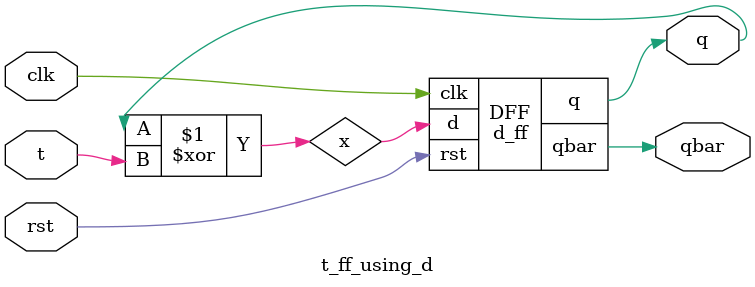
<source format=v>
`timescale 1ns / 1ps

module d_ff(input clk,rst,d,output reg q=1,output qbar);
assign qbar=~q;
always@(posedge clk)
begin
if(!rst)
q<=d;
else
q<=1'b0;
end
endmodule
module t_ff_using_d(
    input clk,
    input rst,
    input t,
    output q,
    output qbar
    ); 
    wire x;
    assign x=q^t;
    d_ff DFF(clk,rst,x,q,qbar);
endmodule

</source>
